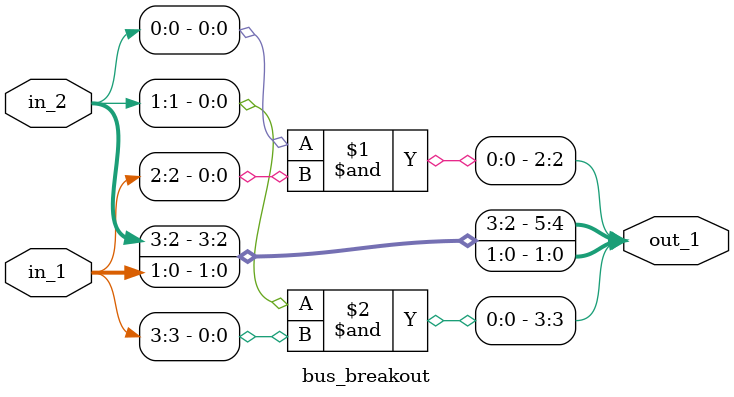
<source format=v>
module bus_breakout(in_1, in_2, out_1);

input  [3:0] in_1, in_2;
output [5:0] out_1;

//Concatenation {}, implementation
assign out_1 = { in_2[3:2], 
				(in_2[1] & in_1[3]),
				(in_2[0] & in_1[2]),
				in_1[1:0] };

endmodule

</source>
